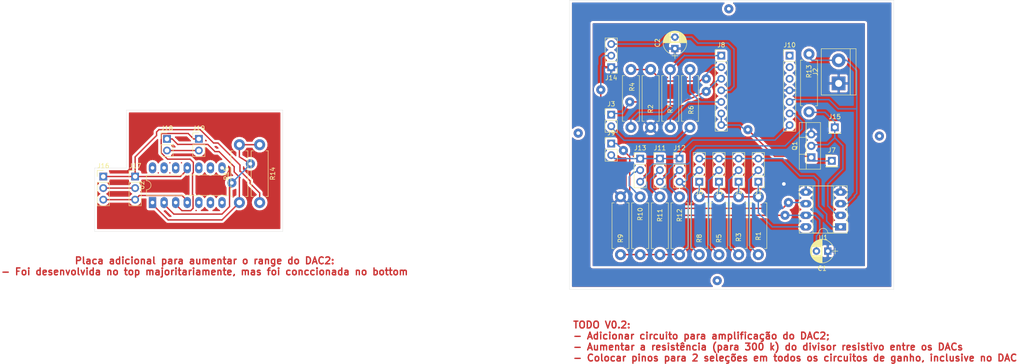
<source format=kicad_pcb>
(kicad_pcb (version 20171130) (host pcbnew 6.0.0-rc1-unknown-445a9fa~66~ubuntu16.04.1)
  (layers (0 F.Cu signal) (31 B.Cu signal) (34 B.Paste user) (35 F.Paste user) (36 B.SilkS user) (37 F.SilkS user hide) (38 B.Mask user) (39 F.Mask user) (44 Edge.Cuts user))
  (net 0 "")
  (net 1 +3V3)
  (net 2 SollarCell-)
  (net 3 +5V)
  (net 4 "Net-(J1-Pad3)")
  (net 5 "Net-(J1-Pad2)")
  (net 6 "Net-(J1-Pad1)")
  (net 7 +3)
  (net 8 DAC2)
  (net 9 +1)
  (net 10 "Net-(J4-Pad2)")
  (net 11 "Net-(J5-Pad2)")
  (net 12 "Net-(J6-Pad2)")
  (net 13 -2)
  (net 14 Out1)
  (net 15 -1)
  (net 16 +2)
  (net 17 ADC1)
  (net 18 ADC2)
  (net 19 -3)
  (net 20 "Net-(J11-Pad2)")
  (net 21 "Net-(J12-Pad2)")
  (net 22 "Net-(J13-Pad2)")
  (net 23 "Net-(J15-Pad1)")
  (net 24 "Net-(J16-Pad2)")
  (net 25 5v)
  (net 26 "Net-(J18-Pad2)")
  (net 27 "Net-(J18-Pad1)")
  (net 28 "Net-(J19-Pad1)")
  (net 29 "Net-(R14-Pad1)")
  (module Housings_DIP:DIP-14_W7.62mm_LongPads (layer F.Cu) (at 76.835 110.49 90)
    (fp_text reference U2 (at 3.81 -2.33 90) (layer F.SilkS))
    (fp_text value LM324)
    (pad 14 thru_hole oval (at 7.62 0 90) (size 2.4 1.6) (drill 0.8) (layers *.Cu *.Mask))
    (pad 7 thru_hole oval (at 0 15.24 90) (size 2.4 1.6) (drill 0.8) (layers *.Cu *.Mask))
    (pad 13 thru_hole oval (at 7.62 2.54 90) (size 2.4 1.6) (drill 0.8) (layers *.Cu *.Mask))
    (pad 6 thru_hole oval (at 0 12.7 90) (size 2.4 1.6) (drill 0.8) (layers *.Cu *.Mask))
    (pad 12 thru_hole oval (at 7.62 5.08 90) (size 2.4 1.6) (drill 0.8) (layers *.Cu *.Mask))
    (pad 5 thru_hole oval (at 0 10.16 90) (size 2.4 1.6) (drill 0.8) (layers *.Cu *.Mask))
    (pad 11 thru_hole oval (at 7.62 7.62 90) (size 2.4 1.6) (drill 0.8) (layers *.Cu *.Mask) (net 2 SollarCell-))
    (pad 4 thru_hole oval (at 0 7.62 90) (size 2.4 1.6) (drill 0.8) (layers *.Cu *.Mask) (net 25 5v))
    (pad 10 thru_hole oval (at 7.62 10.16 90) (size 2.4 1.6) (drill 0.8) (layers *.Cu *.Mask))
    (pad 3 thru_hole oval (at 0 5.08 90) (size 2.4 1.6) (drill 0.8) (layers *.Cu *.Mask) (net 28 "Net-(J19-Pad1)"))
    (pad 9 thru_hole oval (at 7.62 12.7 90) (size 2.4 1.6) (drill 0.8) (layers *.Cu *.Mask))
    (pad 2 thru_hole oval (at 0 2.54 90) (size 2.4 1.6) (drill 0.8) (layers *.Cu *.Mask) (net 29 "Net-(R14-Pad1)"))
    (pad 8 thru_hole oval (at 7.62 15.24 90) (size 2.4 1.6) (drill 0.8) (layers *.Cu *.Mask))
    (pad 1 thru_hole rect (at 0 0 90) (size 2.4 1.6) (drill 0.8) (layers *.Cu *.Mask) (net 27 "Net-(J18-Pad1)"))
  )
  (module Resistors_THT:R_Axial_DIN0411_L9.9mm_D3.6mm_P12.70mm_Horizontal (layer F.Cu) (at 220.785 77.88 270)
    (fp_text reference R13 (at 3.81 0 270) (layer F.SilkS))
    (fp_text value R)
    (pad 2 thru_hole oval (at 12.7 0 270) (size 2.4 2.4) (drill 1.2) (layers *.Cu *.Mask) (net 23 "Net-(J15-Pad1)"))
    (pad 1 thru_hole circle (at 0 0 270) (size 2.4 2.4) (drill 1.2) (layers *.Cu *.Mask) (net 7 +3))
  )
  (module Housings_DIP:DIP-8_W7.62mm_Socket_LongPads (layer F.Cu) (at 227.711 115.824 180)
    (fp_text reference U1 (at 3.81 -2.33 180) (layer F.SilkS))
    (fp_text value INA128)
    (pad 8 thru_hole oval (at 7.62 0 180) (size 2.4 1.6) (drill 0.8) (layers *.Cu *.Mask) (net 6 "Net-(J1-Pad1)"))
    (pad 4 thru_hole oval (at 0 7.62 180) (size 2.4 1.6) (drill 0.8) (layers *.Cu *.Mask) (net 2 SollarCell-))
    (pad 7 thru_hole oval (at 7.62 2.54 180) (size 2.4 1.6) (drill 0.8) (layers *.Cu *.Mask) (net 1 +3V3))
    (pad 3 thru_hole oval (at 0 5.08 180) (size 2.4 1.6) (drill 0.8) (layers *.Cu *.Mask) (net 7 +3))
    (pad 6 thru_hole oval (at 7.62 5.08 180) (size 2.4 1.6) (drill 0.8) (layers *.Cu *.Mask) (net 17 ADC1))
    (pad 2 thru_hole oval (at 0 2.54 180) (size 2.4 1.6) (drill 0.8) (layers *.Cu *.Mask) (net 23 "Net-(J15-Pad1)"))
    (pad 5 thru_hole oval (at 7.62 7.62 180) (size 2.4 1.6) (drill 0.8) (layers *.Cu *.Mask) (net 2 SollarCell-))
    (pad 1 thru_hole rect (at 0 0 180) (size 2.4 1.6) (drill 0.8) (layers *.Cu *.Mask) (net 4 "Net-(J1-Pad3)"))
  )
  (module Resistors_THT:R_Axial_DIN0411_L9.9mm_D3.6mm_P12.70mm_Horizontal (layer F.Cu) (at 194.691 93.98 90)
    (fp_text reference R6 (at 3.81 0.254 90) (layer F.SilkS))
    (fp_text value 1M)
    (pad 1 thru_hole circle (at 0 0 90) (size 2.4 2.4) (drill 1.2) (layers *.Cu *.Mask) (net 8 DAC2))
    (pad 2 thru_hole oval (at 12.7 0 90) (size 2.4 2.4) (drill 1.2) (layers *.Cu *.Mask) (net 16 +2))
  )
  (module Capacitors_THT:CP_Radial_D5.0mm_P2.50mm (layer F.Cu) (at 224.917 121.158 180)
    (fp_text reference C1 (at 1.25 -3.81 180) (layer F.SilkS))
    (fp_text value 100nF)
    (pad 2 thru_hole circle (at 2.5 0 180) (size 1.6 1.6) (drill 0.8) (layers *.Cu *.Mask) (net 1 +3V3))
    (pad 1 thru_hole rect (at 0 0 180) (size 1.6 1.6) (drill 0.8) (layers *.Cu *.Mask) (net 2 SollarCell-))
  )
  (module Capacitors_THT:CP_Radial_D5.0mm_P2.50mm (layer F.Cu) (at 191.385 76.67 90)
    (fp_text reference C2 (at 1.25 -3.81 90) (layer F.SilkS))
    (fp_text value 100nF)
    (pad 1 thru_hole rect (at 0 0 90) (size 1.6 1.6) (drill 0.8) (layers *.Cu *.Mask) (net 2 SollarCell-))
    (pad 2 thru_hole circle (at 2.5 0 90) (size 1.6 1.6) (drill 0.8) (layers *.Cu *.Mask) (net 3 +5V))
  )
  (module Pin_Headers:Pin_Header_Straight_1x03_Pitch2.54mm (layer F.Cu) (at 209.677 105.918 180)
    (fp_text reference J1 (at 0 -2.33 180) (layer F.SilkS))
    (fp_text value Conn_01x03)
    (pad 3 thru_hole oval (at 0 5.08 180) (size 1.7 1.7) (drill 1) (layers *.Cu *.Mask) (net 4 "Net-(J1-Pad3)"))
    (pad 2 thru_hole oval (at 0 2.54 180) (size 1.7 1.7) (drill 1) (layers *.Cu *.Mask) (net 5 "Net-(J1-Pad2)"))
    (pad 1 thru_hole rect (at 0 0 180) (size 1.7 1.7) (drill 1) (layers *.Cu *.Mask) (net 6 "Net-(J1-Pad1)"))
  )
  (module TerminalBlock:TerminalBlock_bornier-2_P5.08mm (layer F.Cu) (at 227.285 84.328 90)
    (fp_text reference J2 (at 2.54 -5.08 90) (layer F.SilkS))
    (fp_text value "Sollar Cell")
    (pad 2 thru_hole circle (at 5.08 0 90) (size 3 3) (drill 1.52) (layers *.Cu *.Mask) (net 7 +3))
    (pad 1 thru_hole rect (at 0 0 90) (size 3 3) (drill 1.52) (layers *.Cu *.Mask) (net 2 SollarCell-))
  )
  (module Pin_Headers:Pin_Header_Straight_1x02_Pitch2.54mm (layer F.Cu) (at 177.419 91.186)
    (fp_text reference J3 (at 0 -2.33) (layer F.SilkS))
    (fp_text value DAC)
    (pad 2 thru_hole oval (at 0 2.54) (size 1.7 1.7) (drill 1) (layers *.Cu *.Mask) (net 8 DAC2))
    (pad 1 thru_hole rect (at 0 0) (size 1.7 1.7) (drill 1) (layers *.Cu *.Mask) (net 9 +1))
  )
  (module Pin_Headers:Pin_Header_Straight_1x03_Pitch2.54mm (layer F.Cu) (at 205.359 105.918 180)
    (fp_text reference J4 (at 0 -2.33 180) (layer F.SilkS))
    (fp_text value Conn_01x03)
    (pad 1 thru_hole rect (at 0 0 180) (size 1.7 1.7) (drill 1) (layers *.Cu *.Mask) (net 6 "Net-(J1-Pad1)"))
    (pad 2 thru_hole oval (at 0 2.54 180) (size 1.7 1.7) (drill 1) (layers *.Cu *.Mask) (net 10 "Net-(J4-Pad2)"))
    (pad 3 thru_hole oval (at 0 5.08 180) (size 1.7 1.7) (drill 1) (layers *.Cu *.Mask) (net 4 "Net-(J1-Pad3)"))
  )
  (module Pin_Headers:Pin_Header_Straight_1x03_Pitch2.54mm (layer F.Cu) (at 201.041 105.918 180)
    (fp_text reference J5 (at 0 -2.33 180) (layer F.SilkS))
    (fp_text value Conn_01x03)
    (pad 1 thru_hole rect (at 0 0 180) (size 1.7 1.7) (drill 1) (layers *.Cu *.Mask) (net 6 "Net-(J1-Pad1)"))
    (pad 2 thru_hole oval (at 0 2.54 180) (size 1.7 1.7) (drill 1) (layers *.Cu *.Mask) (net 11 "Net-(J5-Pad2)"))
    (pad 3 thru_hole oval (at 0 5.08 180) (size 1.7 1.7) (drill 1) (layers *.Cu *.Mask) (net 4 "Net-(J1-Pad3)"))
  )
  (module Pin_Headers:Pin_Header_Straight_1x03_Pitch2.54mm (layer F.Cu) (at 196.723 105.918 180)
    (fp_text reference J6 (at 0 -2.33 180) (layer F.SilkS))
    (fp_text value Conn_01x03)
    (pad 3 thru_hole oval (at 0 5.08 180) (size 1.7 1.7) (drill 1) (layers *.Cu *.Mask) (net 4 "Net-(J1-Pad3)"))
    (pad 2 thru_hole oval (at 0 2.54 180) (size 1.7 1.7) (drill 1) (layers *.Cu *.Mask) (net 12 "Net-(J6-Pad2)"))
    (pad 1 thru_hole rect (at 0 0 180) (size 1.7 1.7) (drill 1) (layers *.Cu *.Mask) (net 6 "Net-(J1-Pad1)"))
  )
  (module Pin_Headers:Pin_Header_Straight_1x01_Pitch2.54mm (layer F.Cu) (at 225.785 101.33)
    (fp_text reference J7 (at 0 -2.33) (layer F.SilkS))
    (fp_text value "Test VGS")
    (pad 1 thru_hole rect (at 0 0) (size 1.7 1.7) (drill 1) (layers *.Cu *.Mask) (net 13 -2))
  )
  (module Pin_Headers:Pin_Header_Straight_1x07_Pitch2.54mm (layer F.Cu) (at 201.549 78.232)
    (fp_text reference J8 (at 0 -2.33) (layer F.SilkS))
    (fp_text value Conn_01x07)
    (pad 1 thru_hole rect (at 0 0) (size 1.7 1.7) (drill 1) (layers *.Cu *.Mask) (net 14 Out1))
    (pad 2 thru_hole oval (at 0 2.54) (size 1.7 1.7) (drill 1) (layers *.Cu *.Mask) (net 15 -1))
    (pad 3 thru_hole oval (at 0 5.08) (size 1.7 1.7) (drill 1) (layers *.Cu *.Mask) (net 9 +1))
    (pad 4 thru_hole oval (at 0 7.62) (size 1.7 1.7) (drill 1) (layers *.Cu *.Mask) (net 3 +5V))
    (pad 5 thru_hole oval (at 0 10.16) (size 1.7 1.7) (drill 1) (layers *.Cu *.Mask) (net 16 +2))
    (pad 6 thru_hole oval (at 0 12.7) (size 1.7 1.7) (drill 1) (layers *.Cu *.Mask) (net 13 -2))
    (pad 7 thru_hole oval (at 0 15.24) (size 1.7 1.7) (drill 1) (layers *.Cu *.Mask) (net 13 -2))
  )
  (module Pin_Headers:Pin_Header_Straight_1x02_Pitch2.54mm (layer F.Cu) (at 177.419 97.536)
    (fp_text reference J9 (at 0 -2.33) (layer F.SilkS))
    (fp_text value ADC)
    (pad 1 thru_hole rect (at 0 0) (size 1.7 1.7) (drill 1) (layers *.Cu *.Mask) (net 17 ADC1))
    (pad 2 thru_hole oval (at 0 2.54) (size 1.7 1.7) (drill 1) (layers *.Cu *.Mask) (net 18 ADC2))
  )
  (module Pin_Headers:Pin_Header_Straight_1x07_Pitch2.54mm (layer F.Cu) (at 216.535 78.232)
    (fp_text reference J10 (at 0 -2.33) (layer F.SilkS))
    (fp_text value Conn_01x07)
    (pad 7 thru_hole oval (at 0 15.24) (size 1.7 1.7) (drill 1) (layers *.Cu *.Mask) (net 18 ADC2))
    (pad 6 thru_hole oval (at 0 12.7) (size 1.7 1.7) (drill 1) (layers *.Cu *.Mask) (net 19 -3))
    (pad 5 thru_hole oval (at 0 10.16) (size 1.7 1.7) (drill 1) (layers *.Cu *.Mask) (net 7 +3))
    (pad 4 thru_hole oval (at 0 7.62) (size 1.7 1.7) (drill 1) (layers *.Cu *.Mask) (net 2 SollarCell-))
    (pad 3 thru_hole oval (at 0 5.08) (size 1.7 1.7) (drill 1) (layers *.Cu *.Mask))
    (pad 2 thru_hole oval (at 0 2.54) (size 1.7 1.7) (drill 1) (layers *.Cu *.Mask))
    (pad 1 thru_hole rect (at 0 0) (size 1.7 1.7) (drill 1) (layers *.Cu *.Mask))
  )
  (module Pin_Headers:Pin_Header_Straight_1x03_Pitch2.54mm (layer F.Cu) (at 188.087 100.838)
    (fp_text reference J11 (at 0 -2.33) (layer F.SilkS))
    (fp_text value Conn_01x03)
    (pad 1 thru_hole rect (at 0 0) (size 1.7 1.7) (drill 1) (layers *.Cu *.Mask) (net 18 ADC2))
    (pad 2 thru_hole oval (at 0 2.54) (size 1.7 1.7) (drill 1) (layers *.Cu *.Mask) (net 20 "Net-(J11-Pad2)"))
    (pad 3 thru_hole oval (at 0 5.08) (size 1.7 1.7) (drill 1) (layers *.Cu *.Mask) (net 19 -3))
  )
  (module Pin_Headers:Pin_Header_Straight_1x03_Pitch2.54mm (layer F.Cu) (at 192.405 100.838)
    (fp_text reference J12 (at 0 -2.33) (layer F.SilkS))
    (fp_text value Conn_01x03)
    (pad 3 thru_hole oval (at 0 5.08) (size 1.7 1.7) (drill 1) (layers *.Cu *.Mask) (net 19 -3))
    (pad 2 thru_hole oval (at 0 2.54) (size 1.7 1.7) (drill 1) (layers *.Cu *.Mask) (net 21 "Net-(J12-Pad2)"))
    (pad 1 thru_hole rect (at 0 0) (size 1.7 1.7) (drill 1) (layers *.Cu *.Mask) (net 18 ADC2))
  )
  (module Pin_Headers:Pin_Header_Straight_1x03_Pitch2.54mm (layer F.Cu) (at 183.769 100.838)
    (fp_text reference J13 (at 0 -2.33) (layer F.SilkS))
    (fp_text value Conn_01x03)
    (pad 3 thru_hole oval (at 0 5.08) (size 1.7 1.7) (drill 1) (layers *.Cu *.Mask) (net 19 -3))
    (pad 2 thru_hole oval (at 0 2.54) (size 1.7 1.7) (drill 1) (layers *.Cu *.Mask) (net 22 "Net-(J13-Pad2)"))
    (pad 1 thru_hole rect (at 0 0) (size 1.7 1.7) (drill 1) (layers *.Cu *.Mask) (net 18 ADC2))
  )
  (module Pin_Headers:Pin_Header_Straight_1x03_Pitch2.54mm (layer F.Cu) (at 177.419 80.772 180)
    (fp_text reference J14 (at 0 -2.33 180) (layer F.SilkS))
    (fp_text value Source)
    (pad 1 thru_hole rect (at 0 0 180) (size 1.7 1.7) (drill 1) (layers *.Cu *.Mask) (net 2 SollarCell-))
    (pad 2 thru_hole oval (at 0 2.54 180) (size 1.7 1.7) (drill 1) (layers *.Cu *.Mask) (net 1 +3V3))
    (pad 3 thru_hole oval (at 0 5.08 180) (size 1.7 1.7) (drill 1) (layers *.Cu *.Mask) (net 3 +5V))
  )
  (module Pin_Headers:Pin_Header_Straight_1x01_Pitch2.54mm (layer F.Cu) (at 226.441 93.98)
    (fp_text reference J15 (at 0 -2.33) (layer F.SilkS))
    (fp_text value "Test VDS")
    (pad 1 thru_hole rect (at 0 0) (size 1.7 1.7) (drill 1) (layers *.Cu *.Mask) (net 23 "Net-(J15-Pad1)"))
  )
  (module TO_SOT_Packages_THT:TO-220-3_Vertical (layer F.Cu) (at 221.285 100.58 90)
    (fp_text reference Q1 (at 2.54 -3.62 90) (layer F.SilkS))
    (fp_text value IRF9540N)
    (pad 3 thru_hole oval (at 5.08 0 90) (size 1.8 1.8) (drill 1) (layers *.Cu *.Mask) (net 2 SollarCell-))
    (pad 2 thru_hole oval (at 2.54 0 90) (size 1.8 1.8) (drill 1) (layers *.Cu *.Mask) (net 23 "Net-(J15-Pad1)"))
    (pad 1 thru_hole rect (at 0 0 90) (size 1.8 1.8) (drill 1) (layers *.Cu *.Mask) (net 13 -2))
  )
  (module Resistors_THT:R_Axial_DIN0411_L9.9mm_D3.6mm_P12.70mm_Horizontal (layer F.Cu) (at 209.677 121.92 90)
    (fp_text reference R1 (at 4.064 0 90) (layer F.SilkS))
    (fp_text value 1M)
    (pad 2 thru_hole oval (at 12.7 0 90) (size 2.4 2.4) (drill 1.2) (layers *.Cu *.Mask) (net 6 "Net-(J1-Pad1)"))
    (pad 1 thru_hole circle (at 0 0 90) (size 2.4 2.4) (drill 1.2) (layers *.Cu *.Mask) (net 5 "Net-(J1-Pad2)"))
  )
  (module Resistors_THT:R_Axial_DIN0411_L9.9mm_D3.6mm_P12.70mm_Horizontal (layer F.Cu) (at 186.055 93.98 90)
    (fp_text reference R2 (at 4.064 0 90) (layer F.SilkS))
    (fp_text value 100k)
    (pad 2 thru_hole oval (at 12.7 0 90) (size 2.4 2.4) (drill 1.2) (layers *.Cu *.Mask) (net 15 -1))
    (pad 1 thru_hole circle (at 0 0 90) (size 2.4 2.4) (drill 1.2) (layers *.Cu *.Mask) (net 2 SollarCell-))
  )
  (module Resistors_THT:R_Axial_DIN0411_L9.9mm_D3.6mm_P12.70mm_Horizontal (layer F.Cu) (at 205.359 121.92 90)
    (fp_text reference R3 (at 3.81 0 90) (layer F.SilkS))
    (fp_text value 7.1k)
    (pad 2 thru_hole oval (at 12.7 0 90) (size 2.4 2.4) (drill 1.2) (layers *.Cu *.Mask) (net 6 "Net-(J1-Pad1)"))
    (pad 1 thru_hole circle (at 0 0 90) (size 2.4 2.4) (drill 1.2) (layers *.Cu *.Mask) (net 10 "Net-(J4-Pad2)"))
  )
  (module Resistors_THT:R_Axial_DIN0411_L9.9mm_D3.6mm_P12.70mm_Horizontal (layer F.Cu) (at 181.737 81.28 270)
    (fp_text reference R4 (at 3.81 -0.254 270) (layer F.SilkS))
    (fp_text value 51k)
    (pad 1 thru_hole circle (at 0 0 270) (size 2.4 2.4) (drill 1.2) (layers *.Cu *.Mask) (net 15 -1))
    (pad 2 thru_hole oval (at 12.7 0 270) (size 2.4 2.4) (drill 1.2) (layers *.Cu *.Mask) (net 14 Out1))
  )
  (module Resistors_THT:R_Axial_DIN0411_L9.9mm_D3.6mm_P12.70mm_Horizontal (layer F.Cu) (at 201.041 121.92 90)
    (fp_text reference R5 (at 3.556 0 90) (layer F.SilkS))
    (fp_text value 609)
    (pad 2 thru_hole oval (at 12.7 0 90) (size 2.4 2.4) (drill 1.2) (layers *.Cu *.Mask) (net 6 "Net-(J1-Pad1)"))
    (pad 1 thru_hole circle (at 0 0 90) (size 2.4 2.4) (drill 1.2) (layers *.Cu *.Mask) (net 11 "Net-(J5-Pad2)"))
  )
  (module Resistors_THT:R_Axial_DIN0411_L9.9mm_D3.6mm_P12.70mm_Horizontal (layer F.Cu) (at 190.373 93.98 90)
    (fp_text reference R7 (at 4.064 0 90) (layer F.SilkS))
    (fp_text value 100k)
    (pad 1 thru_hole circle (at 0 0 90) (size 2.4 2.4) (drill 1.2) (layers *.Cu *.Mask) (net 16 +2))
    (pad 2 thru_hole oval (at 12.7 0 90) (size 2.4 2.4) (drill 1.2) (layers *.Cu *.Mask) (net 14 Out1))
  )
  (module Resistors_THT:R_Axial_DIN0411_L9.9mm_D3.6mm_P12.70mm_Horizontal (layer F.Cu) (at 196.723 121.92 90)
    (fp_text reference R8 (at 3.556 0 90) (layer F.SilkS))
    (fp_text value 60)
    (pad 1 thru_hole circle (at 0 0 90) (size 2.4 2.4) (drill 1.2) (layers *.Cu *.Mask) (net 12 "Net-(J6-Pad2)"))
    (pad 2 thru_hole oval (at 12.7 0 90) (size 2.4 2.4) (drill 1.2) (layers *.Cu *.Mask) (net 6 "Net-(J1-Pad1)"))
  )
  (module Resistors_THT:R_Axial_DIN0411_L9.9mm_D3.6mm_P12.70mm_Horizontal (layer F.Cu) (at 179.451 109.22 270)
    (fp_text reference R9 (at 9.144 0 270) (layer F.SilkS))
    (fp_text value 10k)
    (pad 2 thru_hole oval (at 12.7 0 270) (size 2.4 2.4) (drill 1.2) (layers *.Cu *.Mask) (net 19 -3))
    (pad 1 thru_hole circle (at 0 0 270) (size 2.4 2.4) (drill 1.2) (layers *.Cu *.Mask) (net 2 SollarCell-))
  )
  (module Resistors_THT:R_Axial_DIN0411_L9.9mm_D3.6mm_P12.70mm_Horizontal (layer F.Cu) (at 183.769 121.92 90)
    (fp_text reference R10 (at 8.89 0 90) (layer F.SilkS))
    (fp_text value 23k)
    (pad 1 thru_hole circle (at 0 0 90) (size 2.4 2.4) (drill 1.2) (layers *.Cu *.Mask) (net 19 -3))
    (pad 2 thru_hole oval (at 12.7 0 90) (size 2.4 2.4) (drill 1.2) (layers *.Cu *.Mask) (net 22 "Net-(J13-Pad2)"))
  )
  (module Resistors_THT:R_Axial_DIN0411_L9.9mm_D3.6mm_P12.70mm_Horizontal (layer F.Cu) (at 188.087 121.92 90)
    (fp_text reference R11 (at 8.636 0 90) (layer F.SilkS))
    (fp_text value 320k)
    (pad 2 thru_hole oval (at 12.7 0 90) (size 2.4 2.4) (drill 1.2) (layers *.Cu *.Mask) (net 20 "Net-(J11-Pad2)"))
    (pad 1 thru_hole circle (at 0 0 90) (size 2.4 2.4) (drill 1.2) (layers *.Cu *.Mask) (net 19 -3))
  )
  (module Resistors_THT:R_Axial_DIN0411_L9.9mm_D3.6mm_P12.70mm_Horizontal (layer F.Cu) (at 192.405 121.92 90)
    (fp_text reference R12 (at 8.636 0 90) (layer F.SilkS))
    (fp_text value 100)
    (pad 1 thru_hole circle (at 0 0 90) (size 2.4 2.4) (drill 1.2) (layers *.Cu *.Mask) (net 19 -3))
    (pad 2 thru_hole oval (at 12.7 0 90) (size 2.4 2.4) (drill 1.2) (layers *.Cu *.Mask) (net 21 "Net-(J12-Pad2)"))
  )
  (module Pin_Headers:Pin_Header_Straight_1x03_Pitch2.54mm (layer F.Cu) (at 66.04 104.775)
    (fp_text reference J16 (at 0 -2.33) (layer F.SilkS))
    (fp_text value baixo)
    (pad 1 thru_hole rect (at 0 0) (size 1.7 1.7) (drill 1) (layers *.Cu *.Mask) (net 2 SollarCell-))
    (pad 2 thru_hole oval (at 0 2.54) (size 1.7 1.7) (drill 1) (layers *.Cu *.Mask) (net 24 "Net-(J16-Pad2)"))
    (pad 3 thru_hole oval (at 0 5.08) (size 1.7 1.7) (drill 1) (layers *.Cu *.Mask) (net 25 5v))
  )
  (module Pin_Headers:Pin_Header_Straight_1x03_Pitch2.54mm (layer F.Cu) (at 73.025 104.775)
    (fp_text reference J17 (at 0 -2.33) (layer F.SilkS))
    (fp_text value cima)
    (pad 3 thru_hole oval (at 0 5.08) (size 1.7 1.7) (drill 1) (layers *.Cu *.Mask) (net 25 5v))
    (pad 2 thru_hole oval (at 0 2.54) (size 1.7 1.7) (drill 1) (layers *.Cu *.Mask) (net 24 "Net-(J16-Pad2)"))
    (pad 1 thru_hole rect (at 0 0) (size 1.7 1.7) (drill 1) (layers *.Cu *.Mask) (net 2 SollarCell-))
  )
  (module Pin_Headers:Pin_Header_Straight_1x02_Pitch2.54mm (layer F.Cu) (at 80.01 96.52)
    (fp_text reference J18 (at 0 -2.33) (layer F.SilkS))
    (fp_text value baixo)
    (pad 2 thru_hole oval (at 0 2.54) (size 1.7 1.7) (drill 1) (layers *.Cu *.Mask) (net 26 "Net-(J18-Pad2)"))
    (pad 1 thru_hole rect (at 0 0) (size 1.7 1.7) (drill 1) (layers *.Cu *.Mask) (net 27 "Net-(J18-Pad1)"))
  )
  (module Pin_Headers:Pin_Header_Straight_1x02_Pitch2.54mm (layer F.Cu) (at 86.995 96.52)
    (fp_text reference J19 (at 0 -2.33) (layer F.SilkS))
    (fp_text value cima)
    (pad 1 thru_hole rect (at 0 0) (size 1.7 1.7) (drill 1) (layers *.Cu *.Mask) (net 28 "Net-(J19-Pad1)"))
    (pad 2 thru_hole oval (at 0 2.54) (size 1.7 1.7) (drill 1) (layers *.Cu *.Mask) (net 26 "Net-(J18-Pad2)"))
  )
  (module Resistors_THT:R_Axial_DIN0411_L9.9mm_D3.6mm_P12.70mm_Horizontal (layer F.Cu) (at 100.33 97.79 270)
    (fp_text reference R14 (at 6.35 -2.86 270) (layer F.SilkS))
    (fp_text value 100k)
    (pad 1 thru_hole circle (at 0 0 270) (size 2.4 2.4) (drill 1.2) (layers *.Cu *.Mask) (net 29 "Net-(R14-Pad1)"))
    (pad 2 thru_hole oval (at 12.7 0 270) (size 2.4 2.4) (drill 1.2) (layers *.Cu *.Mask) (net 2 SollarCell-))
  )
  (module Resistors_THT:R_Axial_DIN0411_L9.9mm_D3.6mm_P12.70mm_Horizontal (layer F.Cu) (at 95.885 110.49 90)
    (fp_text reference R15 (at 6.35 -2.86 90) (layer F.SilkS))
    (fp_text value 51k)
    (pad 2 thru_hole oval (at 12.7 0 90) (size 2.4 2.4) (drill 1.2) (layers *.Cu *.Mask) (net 29 "Net-(R14-Pad1)"))
    (pad 1 thru_hole circle (at 0 0 90) (size 2.4 2.4) (drill 1.2) (layers *.Cu *.Mask) (net 27 "Net-(J18-Pad1)"))
  )
  (gr_text "TODO V0.2:\n- Adicionar circuito para amplificação do DAC2;\n- Aumentar a resistência (para 300 k) do divisor resistivo entre os DACs\n- Colocar pinos para 2 seleções em todos os circuitos de ganho, inclusive no DAC " (at 168.91 140.97) (layer F.Cu) (effects (font (size 1.5 1.5) (thickness 0.3)) (justify left)))
  (gr_text "Placa adicional para aumentar o range do DAC2:\n- Foi desenvolvida no top majoritariamente, mas foi conccionada no bottom\n" (at 88.265 124.46) (layer F.Cu) (effects (font (size 1.5 1.5) (thickness 0.3))))
  (gr_line (start 64.135 116.84) (end 64.135 102.87) (layer Edge.Cuts) (width 0.05))
  (gr_line (start 71.12 102.87) (end 64.135 102.87) (layer Edge.Cuts) (width 0.05))
  (gr_line (start 71.12 102.235) (end 71.12 102.87) (layer Edge.Cuts) (width 0.05))
  (gr_line (start 71.12 101.6) (end 71.12 102.235) (layer Edge.Cuts) (width 0.05))
  (gr_line (start 105.41 116.84) (end 64.135 116.84) (layer Edge.Cuts) (width 0.05))
  (gr_line (start 105.41 90.17) (end 105.41 116.84) (layer Edge.Cuts) (width 0.05))
  (gr_line (start 71.12 90.17) (end 105.41 90.17) (layer Edge.Cuts) (width 0.05))
  (gr_line (start 71.12 93.98) (end 71.12 90.17) (layer Edge.Cuts) (width 0.05))
  (gr_line (start 71.12 101.6) (end 71.12 93.98) (layer Edge.Cuts) (width 0.05))
  (gr_line (start 168.275 129.54) (end 168.275 66.04) (layer Edge.Cuts) (width 0.05))
  (gr_line (start 239.395 129.54) (end 168.275 129.54) (layer Edge.Cuts) (width 0.05))
  (gr_line (start 239.395 66.04) (end 239.395 129.54) (layer Edge.Cuts) (width 0.05))
  (gr_line (start 168.275 66.04) (end 239.395 66.04) (layer Edge.Cuts) (width 0.05))
  (gr_text "Medidor IV - V0.1" (at 219.075 73.66) (layer F.Cu) (effects (font (size 1.5 1.5) (thickness 0.3))))
  (via (at 236.22 95.885) (size 2) (drill 0.8) (layers F.Cu B.Cu) (net 0))
  (via (at 200.66 127.635) (size 2) (drill 0.8) (layers F.Cu B.Cu) (net 0))
  (via (at 170.18 95.25) (size 2) (drill 0.8) (layers F.Cu B.Cu) (net 0))
  (via (at 203.2 67.945) (size 2) (drill 0.8) (layers F.Cu B.Cu) (net 0))
  (segment (start 178.689 113.284) (end 175.133 109.728) (width 0.3) (layer F.Cu) (net 1))
  (via (at 215.519 113.284) (size 2) (drill 0.8) (layers F.Cu B.Cu) (net 1))
  (segment (start 215.519 113.284) (end 178.689 113.284) (width 0.3) (layer F.Cu) (net 1))
  (segment (start 216.933213 113.284) (end 220.091 113.284) (width 0.3) (layer B.Cu) (net 1))
  (segment (start 215.519 113.284) (end 216.933213 113.284) (width 0.3) (layer B.Cu) (net 1))
  (segment (start 222.123 113.284) (end 220.091 113.284) (width 0.3) (layer B.Cu) (net 1))
  (segment (start 222.417 121.158) (end 222.417 117.816) (width 0.3) (layer B.Cu) (net 1))
  (segment (start 222.417 117.816) (end 223.139 117.094) (width 0.3) (layer B.Cu) (net 1))
  (segment (start 223.139 117.094) (end 223.139 114.3) (width 0.3) (layer B.Cu) (net 1))
  (segment (start 223.139 114.3) (end 222.123 113.284) (width 0.3) (layer B.Cu) (net 1))
  (segment (start 175.133 87.63) (end 175.133 85.725) (width 0.3) (layer F.Cu) (net 1))
  (segment (start 175.133 109.728) (end 175.133 87.63) (width 0.3) (layer F.Cu) (net 1))
  (via (at 175.133 85.725) (size 2) (drill 0.8) (layers F.Cu B.Cu) (net 1))
  (segment (start 175.133 80.518) (end 175.26 80.391) (width 0.3) (layer B.Cu) (net 1))
  (segment (start 175.133 85.725) (end 175.133 80.518) (width 0.3) (layer B.Cu) (net 1))
  (segment (start 175.26 80.391) (end 175.26 78.74) (width 0.3) (layer B.Cu) (net 1))
  (segment (start 175.768 78.232) (end 177.419 78.232) (width 0.3) (layer B.Cu) (net 1))
  (segment (start 175.26 78.74) (end 175.768 78.232) (width 0.3) (layer B.Cu) (net 1))
  (segment (start 227.711 108.204) (end 227.711 107.104) (width 0.3) (layer B.Cu) (net 2))
  (segment (start 220.091 108.204) (end 217.069 108.204) (width 0.3) (layer F.Cu) (net 2))
  (segment (start 217.069 108.204) (end 215.275 106.41) (width 0.3) (layer F.Cu) (net 2))
  (via (at 215.275 106.41) (size 2) (drill 0.8) (layers F.Cu B.Cu) (net 2))
  (segment (start 73.025 100.467878) (end 77.724 95.768878) (width 0.3) (layer F.Cu) (net 2))
  (segment (start 73.025 104.775) (end 73.025 100.467878) (width 0.3) (layer F.Cu) (net 2))
  (segment (start 77.724 95.768878) (end 77.724 94.996) (width 0.3) (layer F.Cu) (net 2))
  (segment (start 77.724 94.996) (end 78.232 94.488) (width 0.3) (layer F.Cu) (net 2))
  (segment (start 100.33 108.391521) (end 100.33 108.792944) (width 0.3) (layer F.Cu) (net 2))
  (segment (start 100.33 108.792944) (end 100.33 110.49) (width 0.3) (layer F.Cu) (net 2))
  (segment (start 78.232 94.488) (end 87.293002 94.488) (width 0.3) (layer F.Cu) (net 2))
  (segment (start 82.95 104.775) (end 84.455 103.27) (width 0.3) (layer F.Cu) (net 2))
  (segment (start 84.455 103.27) (end 84.455 102.87) (width 0.3) (layer F.Cu) (net 2))
  (segment (start 73.025 104.775) (end 82.95 104.775) (width 0.3) (layer F.Cu) (net 2))
  (segment (start 66.04 104.775) (end 73.025 104.775) (width 0.3) (layer F.Cu) (net 2))
  (segment (start 90.214002 97.409) (end 91.186 97.409) (width 0.3) (layer F.Cu) (net 2))
  (segment (start 87.293002 94.488) (end 90.214002 97.409) (width 0.3) (layer F.Cu) (net 2))
  (segment (start 91.186 97.409) (end 96.012 102.235) (width 0.3) (layer F.Cu) (net 2))
  (segment (start 96.012 103.632) (end 96.139 103.632) (width 0.3) (layer F.Cu) (net 2))
  (segment (start 96.012 102.235) (end 96.012 103.632) (width 0.3) (layer F.Cu) (net 2))
  (segment (start 96.139 103.632) (end 98.237479 105.730479) (width 0.3) (layer F.Cu) (net 2))
  (segment (start 98.237479 105.730479) (end 98.237479 106.299) (width 0.3) (layer F.Cu) (net 2))
  (segment (start 98.237479 106.299) (end 100.33 108.391521) (width 0.3) (layer F.Cu) (net 2))
  (segment (start 177.673 75.946) (end 177.419 75.692) (width 0.3) (layer B.Cu) (net 3))
  (segment (start 202.751081 85.852) (end 202.793081 85.81) (width 0.3) (layer B.Cu) (net 3))
  (segment (start 201.549 85.852) (end 202.751081 85.852) (width 0.3) (layer B.Cu) (net 3))
  (segment (start 202.793081 85.81) (end 203.505 85.81) (width 0.3) (layer B.Cu) (net 3))
  (segment (start 203.505 85.81) (end 204.335 84.98) (width 0.3) (layer B.Cu) (net 3))
  (segment (start 204.335 84.98) (end 204.335 76.81) (width 0.3) (layer B.Cu) (net 3))
  (segment (start 204.335 76.81) (end 203.003 75.478) (width 0.3) (layer B.Cu) (net 3))
  (segment (start 177.633 75.478) (end 177.419 75.692) (width 0.3) (layer B.Cu) (net 3))
  (segment (start 189.605 74.17) (end 191.385 74.17) (width 0.3) (layer B.Cu) (net 3))
  (segment (start 188.083 75.692) (end 189.605 74.17) (width 0.3) (layer B.Cu) (net 3))
  (segment (start 177.419 75.692) (end 188.083 75.692) (width 0.3) (layer B.Cu) (net 3))
  (segment (start 192.51637 74.17) (end 192.53637 74.15) (width 0.3) (layer B.Cu) (net 3))
  (segment (start 191.385 74.17) (end 192.51637 74.17) (width 0.3) (layer B.Cu) (net 3))
  (segment (start 195.087 74.15) (end 196.415 75.478) (width 0.3) (layer B.Cu) (net 3))
  (segment (start 192.53637 74.15) (end 195.087 74.15) (width 0.3) (layer B.Cu) (net 3))
  (segment (start 203.003 75.478) (end 196.415 75.478) (width 0.3) (layer B.Cu) (net 3))
  (segment (start 196.723 100.838) (end 201.041 100.838) (width 0.3) (layer B.Cu) (net 4))
  (segment (start 202.243081 100.838) (end 205.359 100.838) (width 0.3) (layer B.Cu) (net 4))
  (segment (start 201.041 100.838) (end 202.243081 100.838) (width 0.3) (layer B.Cu) (net 4))
  (segment (start 206.561081 100.838) (end 209.677 100.838) (width 0.3) (layer B.Cu) (net 4))
  (segment (start 205.359 100.838) (end 206.561081 100.838) (width 0.3) (layer B.Cu) (net 4))
  (segment (start 209.677 100.838) (end 210.879081 100.838) (width 0.3) (layer B.Cu) (net 4))
  (segment (start 210.879081 100.838) (end 215.011 100.838) (width 0.3) (layer B.Cu) (net 4))
  (segment (start 215.011 100.838) (end 218.821 104.648) (width 0.3) (layer B.Cu) (net 4))
  (segment (start 222.885 111.252) (end 222.885 105.664) (width 0.3) (layer B.Cu) (net 4))
  (segment (start 224.663 113.03) (end 222.885 111.252) (width 0.3) (layer B.Cu) (net 4))
  (segment (start 224.663 114.554) (end 224.663 113.03) (width 0.3) (layer B.Cu) (net 4))
  (segment (start 222.885 105.664) (end 221.869 104.648) (width 0.3) (layer B.Cu) (net 4))
  (segment (start 227.711 115.824) (end 225.933 115.824) (width 0.3) (layer B.Cu) (net 4))
  (segment (start 218.821 104.648) (end 221.869 104.648) (width 0.3) (layer B.Cu) (net 4))
  (segment (start 225.933 115.824) (end 224.663 114.554) (width 0.3) (layer B.Cu) (net 4))
  (segment (start 209.677 103.378) (end 207.5688 105.4862) (width 0.3) (layer B.Cu) (net 5))
  (segment (start 208.477001 120.720001) (end 208.464301 120.720001) (width 0.3) (layer B.Cu) (net 5))
  (segment (start 209.677 121.92) (end 208.477001 120.720001) (width 0.3) (layer B.Cu) (net 5))
  (segment (start 208.464301 120.720001) (end 207.5942 119.8499) (width 0.3) (layer B.Cu) (net 5))
  (segment (start 207.5942 105.5116) (end 207.5688 105.4862) (width 0.3) (layer B.Cu) (net 5))
  (segment (start 207.5942 119.8499) (end 207.5942 105.5116) (width 0.3) (layer B.Cu) (net 5))
  (segment (start 209.677 109.22) (end 209.677 105.918) (width 0.3) (layer B.Cu) (net 6))
  (segment (start 205.359 109.22) (end 205.359 105.918) (width 0.3) (layer B.Cu) (net 6))
  (segment (start 201.041 109.22) (end 201.041 105.918) (width 0.3) (layer B.Cu) (net 6))
  (segment (start 196.723 109.22) (end 196.723 105.918) (width 0.3) (layer B.Cu) (net 6))
  (segment (start 196.723 109.22) (end 201.041 109.22) (width 0.3) (layer F.Cu) (net 6))
  (segment (start 201.041 109.22) (end 205.359 109.22) (width 0.3) (layer F.Cu) (net 6))
  (segment (start 205.359 109.22) (end 209.677 109.22) (width 0.3) (layer F.Cu) (net 6))
  (segment (start 209.677 112.776) (end 209.677 109.22) (width 0.3) (layer B.Cu) (net 6))
  (segment (start 212.725 115.824) (end 209.677 112.776) (width 0.3) (layer B.Cu) (net 6))
  (segment (start 220.091 115.824) (end 212.725 115.824) (width 0.3) (layer B.Cu) (net 6))
  (segment (start 221.361 79.248) (end 220.091 77.978) (width 0.3) (layer B.Cu) (net 7))
  (segment (start 226.441 79.248) (end 221.361 79.248) (width 0.3) (layer B.Cu) (net 7))
  (segment (start 227.711 110.744) (end 228.111 110.744) (width 0.3) (layer B.Cu) (net 7))
  (segment (start 229.211 110.744) (end 230.759 109.196) (width 0.3) (layer B.Cu) (net 7))
  (segment (start 227.711 110.744) (end 229.211 110.744) (width 0.3) (layer B.Cu) (net 7))
  (segment (start 230.759 109.196) (end 230.759 108.966) (width 0.3) (layer B.Cu) (net 7))
  (segment (start 230.759 108.966) (end 231.267 108.458) (width 0.3) (layer B.Cu) (net 7))
  (segment (start 228.981 79.248) (end 226.441 79.248) (width 0.3) (layer B.Cu) (net 7))
  (segment (start 231.267 81.534) (end 228.981 79.248) (width 0.3) (layer B.Cu) (net 7))
  (segment (start 231.267 89.736002) (end 231.267 81.534) (width 0.3) (layer B.Cu) (net 7))
  (segment (start 215.959081 88.392) (end 216.467081 87.884) (width 0.3) (layer B.Cu) (net 7))
  (segment (start 216.467081 87.884) (end 225.171 87.884) (width 0.3) (layer B.Cu) (net 7))
  (segment (start 227.203 89.916) (end 231.267 89.916) (width 0.3) (layer B.Cu) (net 7))
  (segment (start 231.267 89.916) (end 231.267 89.736002) (width 0.3) (layer B.Cu) (net 7))
  (segment (start 225.171 87.884) (end 227.203 89.916) (width 0.3) (layer B.Cu) (net 7))
  (segment (start 231.267 108.458) (end 231.267 89.916) (width 0.3) (layer B.Cu) (net 7))
  (segment (start 178.268999 94.829999) (end 177.419 93.98) (width 0.3) (layer B.Cu) (net 8))
  (segment (start 178.268999 94.829999) (end 178.268999 94.853999) (width 0.3) (layer B.Cu) (net 8))
  (segment (start 178.268999 94.853999) (end 180.225 96.81) (width 0.3) (layer B.Cu) (net 8))
  (segment (start 191.861 96.81) (end 194.691 93.98) (width 0.3) (layer B.Cu) (net 8))
  (segment (start 180.225 96.81) (end 191.861 96.81) (width 0.3) (layer B.Cu) (net 8))
  (via (at 198.247 86.106) (size 2) (drill 0.8) (layers F.Cu B.Cu) (net 9))
  (segment (start 201.041 83.312) (end 201.549 83.312) (width 0.3) (layer B.Cu) (net 9))
  (segment (start 198.247 86.106) (end 201.041 83.312) (width 0.3) (layer B.Cu) (net 9))
  (via (at 181.483 88.392) (size 2) (drill 0.8) (layers F.Cu B.Cu) (net 9))
  (segment (start 193.167 88.392) (end 198.247 86.106) (width 0.3) (layer F.Cu) (net 9))
  (segment (start 181.483 88.392) (end 193.167 88.392) (width 0.3) (layer F.Cu) (net 9))
  (segment (start 177.927 90.932) (end 177.419 91.44) (width 0.3) (layer B.Cu) (net 9))
  (segment (start 179.959 90.932) (end 177.927 90.932) (width 0.3) (layer B.Cu) (net 9))
  (segment (start 181.483 88.392) (end 179.959 90.932) (width 0.3) (layer B.Cu) (net 9))
  (segment (start 203.2127 105.5243) (end 204.509001 104.227999) (width 0.3) (layer B.Cu) (net 10))
  (segment (start 205.359 121.92) (end 203.808999 120.369999) (width 0.3) (layer B.Cu) (net 10))
  (segment (start 203.808999 120.369999) (end 203.770899 120.369999) (width 0.3) (layer B.Cu) (net 10))
  (segment (start 203.770899 120.369999) (end 203.2127 119.8118) (width 0.3) (layer B.Cu) (net 10))
  (segment (start 204.509001 104.227999) (end 205.359 103.378) (width 0.3) (layer B.Cu) (net 10))
  (segment (start 203.2127 119.8118) (end 203.2127 105.5243) (width 0.3) (layer B.Cu) (net 10))
  (segment (start 200.191001 104.227999) (end 201.041 103.378) (width 0.3) (layer B.Cu) (net 11))
  (segment (start 198.755 105.664) (end 200.191001 104.227999) (width 0.3) (layer B.Cu) (net 11))
  (segment (start 198.755 119.634) (end 198.755 105.664) (width 0.3) (layer B.Cu) (net 11))
  (segment (start 201.041 121.92) (end 198.755 119.634) (width 0.3) (layer B.Cu) (net 11))
  (segment (start 196.723 121.92) (end 195.172999 120.369999) (width 0.3) (layer B.Cu) (net 12))
  (segment (start 196.723 103.378) (end 194.975 105.126) (width 0.3) (layer B.Cu) (net 12))
  (segment (start 194.975 120.172) (end 195.172999 120.369999) (width 0.3) (layer B.Cu) (net 12))
  (segment (start 194.975 105.126) (end 194.975 120.172) (width 0.3) (layer B.Cu) (net 12))
  (segment (start 201.549 93.472) (end 201.549 90.932) (width 0.3) (layer B.Cu) (net 13))
  (segment (start 201.549 93.472) (end 205.613 93.472) (width 0.3) (layer B.Cu) (net 13))
  (segment (start 205.613 93.472) (end 206.883 94.742) (width 0.3) (layer B.Cu) (net 13))
  (via (at 207.391 94.488) (size 2) (drill 0.8) (layers F.Cu B.Cu) (net 13))
  (segment (start 207.137 94.488) (end 207.391 94.488) (width 0.3) (layer B.Cu) (net 13))
  (segment (start 206.883 94.742) (end 207.137 94.488) (width 0.3) (layer B.Cu) (net 13))
  (segment (start 207.391 94.488) (end 213.233 100.33) (width 0.3) (layer F.Cu) (net 13))
  (segment (start 213.233 100.33) (end 220.599 100.33) (width 0.3) (layer F.Cu) (net 13))
  (segment (start 221.615 101.346) (end 220.599 100.33) (width 0.3) (layer B.Cu) (net 13))
  (segment (start 224.917 101.346) (end 221.615 101.346) (width 0.3) (layer B.Cu) (net 13))
  (segment (start 191.572999 80.080001) (end 190.373 81.28) (width 0.3) (layer B.Cu) (net 14))
  (segment (start 190.373 81.28) (end 190.373 85.598) (width 0.3) (layer B.Cu) (net 14))
  (segment (start 181.737 93.98) (end 181.737 92.282944) (width 0.3) (layer B.Cu) (net 14))
  (segment (start 188.849 90.678) (end 190.373 89.154) (width 0.3) (layer B.Cu) (net 14))
  (segment (start 181.737 92.282944) (end 183.341944 90.678) (width 0.3) (layer B.Cu) (net 14))
  (segment (start 183.341944 90.678) (end 188.849 90.678) (width 0.3) (layer B.Cu) (net 14))
  (segment (start 190.373 89.154) (end 190.373 85.598) (width 0.3) (layer B.Cu) (net 14))
  (segment (start 191.572999 80.080001) (end 191.584999 80.080001) (width 0.3) (layer B.Cu) (net 14))
  (segment (start 191.584999 80.080001) (end 193.505 78.16) (width 0.3) (layer B.Cu) (net 14))
  (segment (start 193.577 78.232) (end 201.549 78.232) (width 0.3) (layer B.Cu) (net 14))
  (segment (start 193.505 78.16) (end 193.577 78.232) (width 0.3) (layer B.Cu) (net 14))
  (segment (start 183.434056 81.28) (end 186.055 81.28) (width 0.3) (layer F.Cu) (net 15))
  (segment (start 181.737 81.28) (end 183.434056 81.28) (width 0.3) (layer F.Cu) (net 15))
  (segment (start 197.398472 83.312) (end 196.890472 83.82) (width 0.3) (layer F.Cu) (net 15))
  (segment (start 198.247 83.312) (end 197.398472 83.312) (width 0.3) (layer F.Cu) (net 15))
  (segment (start 188.595 83.82) (end 188.341 83.566) (width 0.3) (layer F.Cu) (net 15))
  (segment (start 196.890472 83.82) (end 188.595 83.82) (width 0.3) (layer F.Cu) (net 15))
  (segment (start 186.055 81.28) (end 188.341 83.566) (width 0.3) (layer F.Cu) (net 15))
  (via (at 198.247 83.312) (size 2) (drill 0.8) (layers F.Cu B.Cu) (net 15))
  (segment (start 198.247 83.312) (end 198.247 82.328) (width 0.3) (layer B.Cu) (net 15))
  (segment (start 199.803 80.772) (end 201.549 80.772) (width 0.3) (layer B.Cu) (net 15))
  (segment (start 198.247 82.328) (end 199.803 80.772) (width 0.3) (layer B.Cu) (net 15))
  (segment (start 194.691 86.106) (end 196.977 88.392) (width 0.3) (layer B.Cu) (net 16))
  (segment (start 196.977 88.392) (end 201.549 88.392) (width 0.3) (layer B.Cu) (net 16))
  (segment (start 194.691 81.28) (end 194.691 86.106) (width 0.3) (layer B.Cu) (net 16))
  (segment (start 194.263944 88.392) (end 196.977 88.392) (width 0.3) (layer B.Cu) (net 16))
  (segment (start 190.373 92.282944) (end 194.263944 88.392) (width 0.3) (layer B.Cu) (net 16))
  (segment (start 190.373 93.98) (end 190.373 92.282944) (width 0.3) (layer B.Cu) (net 16))
  (segment (start 215.035 111.76) (end 206.375 111.76) (width 0.3) (layer F.Cu) (net 17))
  (segment (start 181.483 100.45) (end 181.483 109.982) (width 0.3) (layer F.Cu) (net 17))
  (segment (start 183.261 111.76) (end 183.769 111.76) (width 0.3) (layer F.Cu) (net 17))
  (segment (start 181.483 109.982) (end 183.261 111.76) (width 0.3) (layer F.Cu) (net 17))
  (segment (start 183.769 111.76) (end 183.515 111.76) (width 0.3) (layer F.Cu) (net 17))
  (segment (start 206.375 111.76) (end 183.769 111.76) (width 0.3) (layer F.Cu) (net 17))
  (segment (start 216.051 110.744) (end 215.265 111.53) (width 0.3) (layer F.Cu) (net 17))
  (segment (start 215.265 111.53) (end 215.265 111.506) (width 0.3) (layer F.Cu) (net 17))
  (segment (start 215.265 111.53) (end 215.035 111.76) (width 0.3) (layer F.Cu) (net 17))
  (segment (start 215.265 111.506) (end 216.281 110.49) (width 0.3) (layer F.Cu) (net 17))
  (via (at 216.281 110.49) (size 2) (drill 0.8) (layers F.Cu B.Cu) (net 17))
  (segment (start 219.837 110.49) (end 220.091 110.744) (width 0.3) (layer B.Cu) (net 17))
  (segment (start 216.281 110.49) (end 219.837 110.49) (width 0.3) (layer B.Cu) (net 17))
  (via (at 180.093 99.06) (size 2) (drill 0.8) (layers F.Cu B.Cu) (net 17))
  (segment (start 180.093 99.06) (end 181.483 100.45) (width 0.3) (layer F.Cu) (net 17))
  (segment (start 178.569 97.536) (end 180.093 99.06) (width 0.3) (layer B.Cu) (net 17))
  (segment (start 177.419 97.536) (end 178.569 97.536) (width 0.3) (layer B.Cu) (net 17))
  (segment (start 184.919 100.838) (end 188.087 100.838) (width 0.3) (layer B.Cu) (net 18))
  (segment (start 183.769 100.838) (end 184.919 100.838) (width 0.3) (layer B.Cu) (net 18))
  (segment (start 188.087 100.838) (end 192.405 100.838) (width 0.3) (layer B.Cu) (net 18))
  (segment (start 178.181 100.838) (end 177.419 100.076) (width 0.3) (layer B.Cu) (net 18))
  (segment (start 183.769 100.838) (end 178.181 100.838) (width 0.3) (layer B.Cu) (net 18))
  (segment (start 192.405 99.688) (end 195.319 96.774) (width 0.3) (layer B.Cu) (net 18))
  (segment (start 192.405 100.838) (end 192.405 99.688) (width 0.3) (layer B.Cu) (net 18))
  (segment (start 195.319 96.774) (end 212.979 96.774) (width 0.3) (layer B.Cu) (net 18))
  (segment (start 215.685001 94.321999) (end 215.685001 94.429999) (width 0.3) (layer B.Cu) (net 18))
  (segment (start 216.535 93.472) (end 215.685001 94.321999) (width 0.3) (layer B.Cu) (net 18))
  (segment (start 213.341 96.774) (end 212.979 96.774) (width 0.3) (layer B.Cu) (net 18))
  (segment (start 215.685001 94.429999) (end 213.341 96.774) (width 0.3) (layer B.Cu) (net 18))
  (segment (start 179.451 121.92) (end 183.769 121.92) (width 0.3) (layer F.Cu) (net 19))
  (segment (start 185.466056 121.92) (end 188.087 121.92) (width 0.3) (layer F.Cu) (net 19))
  (segment (start 183.769 121.92) (end 185.466056 121.92) (width 0.3) (layer F.Cu) (net 19))
  (segment (start 193.254999 106.767999) (end 192.405 105.918) (width 0.3) (layer B.Cu) (net 19))
  (segment (start 191.063003 102.177999) (end 190.119 103.122002) (width 0.3) (layer B.Cu) (net 19))
  (segment (start 188.087 121.92) (end 192.405 121.92) (width 0.3) (layer F.Cu) (net 19))
  (segment (start 183.769 105.918) (end 185.8899 103.7971) (width 0.3) (layer B.Cu) (net 19))
  (segment (start 185.8899 103.7971) (end 185.8899 102.6668) (width 0.3) (layer B.Cu) (net 19))
  (segment (start 185.8899 102.6668) (end 186.518699 102.038001) (width 0.3) (layer B.Cu) (net 19))
  (segment (start 186.518699 102.038001) (end 192.841003 102.038001) (width 0.3) (layer B.Cu) (net 19))
  (segment (start 192.841003 102.038001) (end 194.252999 102.038001) (width 0.3) (layer B.Cu) (net 19))
  (segment (start 194.252999 102.038001) (end 194.261 102.03) (width 0.3) (layer B.Cu) (net 19))
  (segment (start 193.607081 105.918) (end 194.085 105.440081) (width 0.3) (layer B.Cu) (net 19))
  (segment (start 192.405 105.918) (end 193.607081 105.918) (width 0.3) (layer B.Cu) (net 19))
  (segment (start 194.085 105.440081) (end 194.085 104.53) (width 0.3) (layer B.Cu) (net 19))
  (segment (start 194.085 104.53) (end 194.735 103.88) (width 0.3) (layer B.Cu) (net 19))
  (segment (start 194.252999 101.992001) (end 194.735 101.51) (width 0.3) (layer B.Cu) (net 19))
  (segment (start 194.252999 102.038001) (end 194.252999 101.992001) (width 0.3) (layer B.Cu) (net 19))
  (segment (start 194.735 103.88) (end 194.735 101.51) (width 0.3) (layer B.Cu) (net 19))
  (segment (start 190.119 103.886) (end 190.119 103.122002) (width 0.3) (layer B.Cu) (net 19))
  (segment (start 188.087 105.918) (end 190.119 103.886) (width 0.3) (layer B.Cu) (net 19))
  (segment (start 193.254999 106.767999) (end 193.302999 106.767999) (width 0.3) (layer B.Cu) (net 19))
  (segment (start 193.302999 106.767999) (end 194.285 107.75) (width 0.3) (layer B.Cu) (net 19))
  (segment (start 194.285 120.04) (end 192.405 121.92) (width 0.3) (layer B.Cu) (net 19))
  (segment (start 194.285 107.75) (end 194.285 120.04) (width 0.3) (layer B.Cu) (net 19))
  (segment (start 194.735 99.27) (end 194.735 101.51) (width 0.3) (layer B.Cu) (net 19))
  (segment (start 195.961 98.044) (end 194.735 99.27) (width 0.3) (layer B.Cu) (net 19))
  (segment (start 214.249 98.044) (end 195.961 98.044) (width 0.3) (layer B.Cu) (net 19))
  (segment (start 217.737081 90.932) (end 216.535 90.932) (width 0.3) (layer B.Cu) (net 19))
  (segment (start 217.785 91.33) (end 217.785 90.979919) (width 0.3) (layer B.Cu) (net 19))
  (segment (start 214.249 98.044) (end 215.571 98.044) (width 0.3) (layer B.Cu) (net 19))
  (segment (start 215.571 98.044) (end 219.285 94.33) (width 0.3) (layer B.Cu) (net 19))
  (segment (start 217.785 90.979919) (end 217.737081 90.932) (width 0.3) (layer B.Cu) (net 19))
  (segment (start 219.285 92.83) (end 217.785 91.33) (width 0.3) (layer B.Cu) (net 19))
  (segment (start 219.285 94.33) (end 219.285 92.83) (width 0.3) (layer B.Cu) (net 19))
  (segment (start 187.237001 104.227999) (end 188.087 103.378) (width 0.3) (layer B.Cu) (net 20))
  (segment (start 186.055 105.41) (end 187.237001 104.227999) (width 0.3) (layer B.Cu) (net 20))
  (segment (start 186.055 107.188) (end 186.055 105.41) (width 0.3) (layer B.Cu) (net 20))
  (segment (start 188.087 109.22) (end 186.055 107.188) (width 0.3) (layer B.Cu) (net 20))
  (segment (start 191.555001 104.227999) (end 192.405 103.378) (width 0.3) (layer B.Cu) (net 21))
  (segment (start 190.245 105.538) (end 191.555001 104.227999) (width 0.3) (layer B.Cu) (net 21))
  (segment (start 190.245 107.06) (end 190.245 105.538) (width 0.3) (layer B.Cu) (net 21))
  (segment (start 192.405 109.22) (end 190.245 107.06) (width 0.3) (layer B.Cu) (net 21))
  (segment (start 182.569001 107.981901) (end 182.569001 108.020001) (width 0.3) (layer B.Cu) (net 22))
  (segment (start 181.3687 106.7816) (end 182.569001 107.981901) (width 0.3) (layer B.Cu) (net 22))
  (segment (start 183.769 103.378) (end 183.1721 103.378) (width 0.3) (layer B.Cu) (net 22))
  (segment (start 181.3687 104.8512) (end 181.3687 106.7816) (width 0.3) (layer B.Cu) (net 22))
  (segment (start 183.1721 103.378) (end 182.7149 103.8352) (width 0.3) (layer B.Cu) (net 22))
  (segment (start 182.7149 103.8352) (end 182.3847 103.8352) (width 0.3) (layer B.Cu) (net 22))
  (segment (start 182.569001 108.020001) (end 183.769 109.22) (width 0.3) (layer B.Cu) (net 22))
  (segment (start 182.3847 103.8352) (end 181.3687 104.8512) (width 0.3) (layer B.Cu) (net 22))
  (segment (start 227.311 113.284) (end 227.711 113.284) (width 0.3) (layer B.Cu) (net 23))
  (segment (start 228.111 113.284) (end 227.711 113.284) (width 0.3) (layer B.Cu) (net 23))
  (segment (start 221.788056 90.678) (end 220.091 90.678) (width 0.3) (layer B.Cu) (net 23))
  (segment (start 224.289 90.678) (end 221.788056 90.678) (width 0.3) (layer B.Cu) (net 23))
  (segment (start 226.441 92.83) (end 224.289 90.678) (width 0.3) (layer B.Cu) (net 23))
  (segment (start 226.441 93.98) (end 226.441 92.83) (width 0.3) (layer B.Cu) (net 23))
  (segment (start 226.441 93.98) (end 226.441 95.13) (width 0.3) (layer B.Cu) (net 23))
  (segment (start 226.441 95.13) (end 226.441 96.012) (width 0.3) (layer B.Cu) (net 23))
  (segment (start 226.441 96.012) (end 226.441 96.266) (width 0.3) (layer B.Cu) (net 23))
  (segment (start 220.599 97.79) (end 224.917 97.79) (width 0.3) (layer B.Cu) (net 23))
  (segment (start 224.917 97.79) (end 226.187 96.52) (width 0.3) (layer B.Cu) (net 23))
  (segment (start 226.187 96.52) (end 225.933 96.774) (width 0.3) (layer B.Cu) (net 23))
  (segment (start 226.441 96.266) (end 226.187 96.52) (width 0.3) (layer B.Cu) (net 23))
  (segment (start 227.711 113.284) (end 226.949 113.284) (width 0.3) (layer B.Cu) (net 23))
  (segment (start 228.219 103.124) (end 228.219 98.044) (width 0.3) (layer B.Cu) (net 23))
  (segment (start 226.949 113.284) (end 224.917 111.252) (width 0.3) (layer B.Cu) (net 23))
  (segment (start 228.219 98.044) (end 226.441 96.266) (width 0.3) (layer B.Cu) (net 23))
  (segment (start 224.917 111.252) (end 224.917 106.426) (width 0.3) (layer B.Cu) (net 23))
  (segment (start 224.917 106.426) (end 228.219 103.124) (width 0.3) (layer B.Cu) (net 23))
  (segment (start 66.04 107.315) (end 73.025 107.315) (width 0.3) (layer F.Cu) (net 24))
  (segment (start 66.04 109.855) (end 73.025 109.855) (width 0.3) (layer F.Cu) (net 25))
  (segment (start 73.94001 108.93999) (end 83.30499 108.93999) (width 0.3) (layer F.Cu) (net 25))
  (segment (start 83.30499 108.93999) (end 84.455 110.09) (width 0.3) (layer F.Cu) (net 25))
  (segment (start 73.025 109.855) (end 73.94001 108.93999) (width 0.3) (layer F.Cu) (net 25))
  (segment (start 84.455 110.09) (end 84.455 110.49) (width 0.3) (layer F.Cu) (net 25))
  (segment (start 80.01 99.06) (end 86.995 99.06) (width 0.3) (layer F.Cu) (net 26))
  (segment (start 76.835 110.89) (end 80.245 114.3) (width 0.3) (layer F.Cu) (net 27))
  (segment (start 76.835 110.49) (end 76.835 110.89) (width 0.3) (layer F.Cu) (net 27))
  (segment (start 80.245 114.3) (end 92.075 114.3) (width 0.3) (layer F.Cu) (net 27))
  (segment (start 92.075 114.3) (end 95.885 110.49) (width 0.3) (layer F.Cu) (net 27))
  (segment (start 81.16 96.52) (end 80.01 96.52) (width 0.3) (layer F.Cu) (net 27))
  (segment (start 88.95136 97.720001) (end 82.360001 97.720001) (width 0.3) (layer F.Cu) (net 27))
  (segment (start 82.360001 97.720001) (end 81.16 96.52) (width 0.3) (layer F.Cu) (net 27))
  (segment (start 90.545359 99.314) (end 91.44 99.314) (width 0.3) (layer F.Cu) (net 27))
  (segment (start 90.545359 99.314) (end 88.95136 97.720001) (width 0.3) (layer F.Cu) (net 27))
  (segment (start 91.44 99.314) (end 94.742 102.616) (width 0.3) (layer F.Cu) (net 27))
  (segment (start 94.742 103.759) (end 96.012 105.029) (width 0.3) (layer F.Cu) (net 27))
  (segment (start 94.742 102.616) (end 94.742 103.759) (width 0.3) (layer F.Cu) (net 27))
  (segment (start 95.885 105.156) (end 95.885 105.791) (width 0.3) (layer F.Cu) (net 27))
  (segment (start 96.012 105.029) (end 95.885 105.156) (width 0.3) (layer F.Cu) (net 27))
  (segment (start 95.885 110.49) (end 95.885 105.791) (width 0.3) (layer F.Cu) (net 27))
  (segment (start 78.879999 95.319999) (end 84.644999 95.319999) (width 0.3) (layer F.Cu) (net 28))
  (segment (start 78.74 95.459998) (end 78.879999 95.319999) (width 0.3) (layer F.Cu) (net 28))
  (segment (start 78.74 99.566002) (end 78.74 95.459998) (width 0.3) (layer F.Cu) (net 28))
  (segment (start 85.217 112.268) (end 85.725 111.76) (width 0.3) (layer F.Cu) (net 28))
  (segment (start 85.60501 104.0765) (end 85.7885 103.89301) (width 0.3) (layer F.Cu) (net 28))
  (segment (start 83.293 112.268) (end 85.217 112.268) (width 0.3) (layer F.Cu) (net 28))
  (segment (start 85.845 96.52) (end 86.995 96.52) (width 0.3) (layer F.Cu) (net 28))
  (segment (start 85.60501 108.712) (end 85.60501 104.0765) (width 0.3) (layer F.Cu) (net 28))
  (segment (start 80.138998 100.965) (end 78.74 99.566002) (width 0.3) (layer F.Cu) (net 28))
  (segment (start 85.09 100.965) (end 80.138998 100.965) (width 0.3) (layer F.Cu) (net 28))
  (segment (start 85.725 111.76) (end 85.725 108.83199) (width 0.3) (layer F.Cu) (net 28))
  (segment (start 81.915 110.49) (end 81.915 110.89) (width 0.3) (layer F.Cu) (net 28))
  (segment (start 85.725 108.83199) (end 85.60501 108.712) (width 0.3) (layer F.Cu) (net 28))
  (segment (start 81.915 110.89) (end 83.293 112.268) (width 0.3) (layer F.Cu) (net 28))
  (segment (start 85.7885 101.6635) (end 85.09 100.965) (width 0.3) (layer F.Cu) (net 28))
  (segment (start 84.644999 95.319999) (end 85.845 96.52) (width 0.3) (layer F.Cu) (net 28))
  (segment (start 85.7885 103.89301) (end 85.7885 101.6635) (width 0.3) (layer F.Cu) (net 28))
  (segment (start 95.885 97.79) (end 100.33 97.79) (width 0.3) (layer F.Cu) (net 29))
  (segment (start 79.375 110.89) (end 81.515 113.03) (width 0.3) (layer F.Cu) (net 29))
  (segment (start 79.375 110.49) (end 79.375 110.89) (width 0.3) (layer F.Cu) (net 29))
  (segment (start 81.515 113.03) (end 92.075 113.03) (width 0.3) (layer F.Cu) (net 29))
  (segment (start 92.075 113.03) (end 93.726 111.379) (width 0.3) (layer F.Cu) (net 29))
  (segment (start 93.726 111.379) (end 93.726 107.188) (width 0.3) (layer F.Cu) (net 29))
  (segment (start 93.726 107.188) (end 93.98 107.188) (width 0.3) (layer F.Cu) (net 29))
  (via (at 94.234 106.172) (size 2) (drill 0.8) (layers F.Cu B.Cu) (net 29))
  (segment (start 94.234 106.934) (end 94.234 106.172) (width 0.3) (layer F.Cu) (net 29))
  (segment (start 93.98 107.188) (end 94.234 106.934) (width 0.3) (layer F.Cu) (net 29))
  (segment (start 98.298 101.981) (end 97.028 103.378) (width 0.3) (layer B.Cu) (net 29))
  (via (at 98.298 101.981) (size 2) (drill 0.8) (layers F.Cu B.Cu) (net 29))
  (segment (start 97.028 103.378) (end 94.234 106.172) (width 0.3) (layer B.Cu) (net 29))
  (segment (start 95.885 100.457) (end 95.885 97.79) (width 0.3) (layer F.Cu) (net 29))
  (segment (start 98.298 101.981) (end 95.885 100.457) (width 0.3) (layer F.Cu) (net 29))
  (zone (net 2) (net_name SollarCell-) (layer B.Cu) (priority 1) (connect_pads (clearance 0.508)) (min_thickness 0.254) (fill yes (arc_segments 16) (thermal_gap 0.508) (thermal_bridge_width 0.508))
    (polygon (pts (xy 173.355 71.12) (xy 233.045 71.12) (xy 233.045 124.46) (xy 173.355 124.46)))
  )
  (zone (net 2) (net_name SollarCell-) (layer F.Cu) (priority 1) (connect_pads (clearance 0.508)) (min_thickness 0.254) (fill yes (arc_segments 16) (thermal_gap 0.508) (thermal_bridge_width 0.508))
    (polygon (pts (xy 173.355 71.12) (xy 233.045 71.12) (xy 233.045 124.46) (xy 173.355 124.46)))
  )
  (zone (net 0) (net_name "") (layer F.Cu) (connect_pads (clearance 0.508)) (min_thickness 0.254) (fill yes (arc_segments 16) (thermal_gap 0.508) (thermal_bridge_width 0.508))
    (polygon (pts (xy 168.275 66.04) (xy 239.395 66.04) (xy 239.395 129.54) (xy 168.275 129.54)))
  )
  (zone (net 0) (net_name "") (layer B.Cu) (connect_pads (clearance 0.508)) (min_thickness 0.254) (fill yes (arc_segments 16) (thermal_gap 0.508) (thermal_bridge_width 0.508))
    (polygon (pts (xy 168.275 66.04) (xy 239.395 66.04) (xy 239.395 129.54) (xy 168.275 129.54)))
  )
  (zone (net 0) (net_name "") (layer F.Cu) (connect_pads (clearance 0.508)) (min_thickness 0.254) (fill yes (arc_segments 16) (thermal_gap 0.508) (thermal_bridge_width 0.508))
    (polygon (pts (xy 64.135 102.87) (xy 71.12 102.87) (xy 71.12 90.17) (xy 105.41 90.17) (xy 105.41 116.84) (xy 64.135 116.84)))
  )
)
</source>
